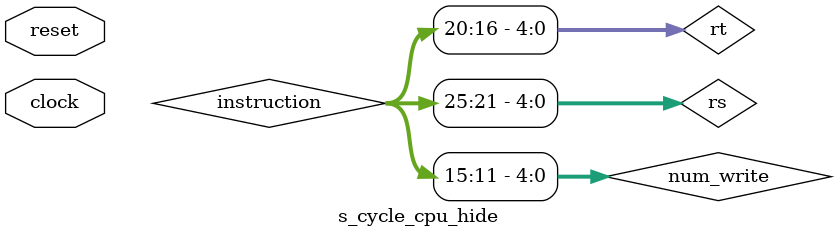
<source format=v>
module s_cycle_cpu_hide(clock,reset);

input clock;

input reset;

wire [31:0] pc,npc,instruction;

wire [31:0]a,b;

wire[4:0]rs,rt,num_write;

wire[31:0]data_write;

pc PC(
.pc(pc),
.clock(clock),
.reset(reset),
.npc(npc)
);
assign npc=pc+4;

im IM(
    .instruction(instruction),
    .pc(pc)
);
assign rs=instruction[25:21];
assign rt=instruction[20:16];
assign num_write=instruction[15:11];

gpr GPR(
.a(a),
.b(b),
.clock(clock),
.reg_write(1),
.rs(rs),
.rt(rt),
.num_write(num_write),
.data_write(data_write)
);

alu ALU(
    .c(data_write),
    .a(a),
    .b(b)
);

endmodule

</source>
